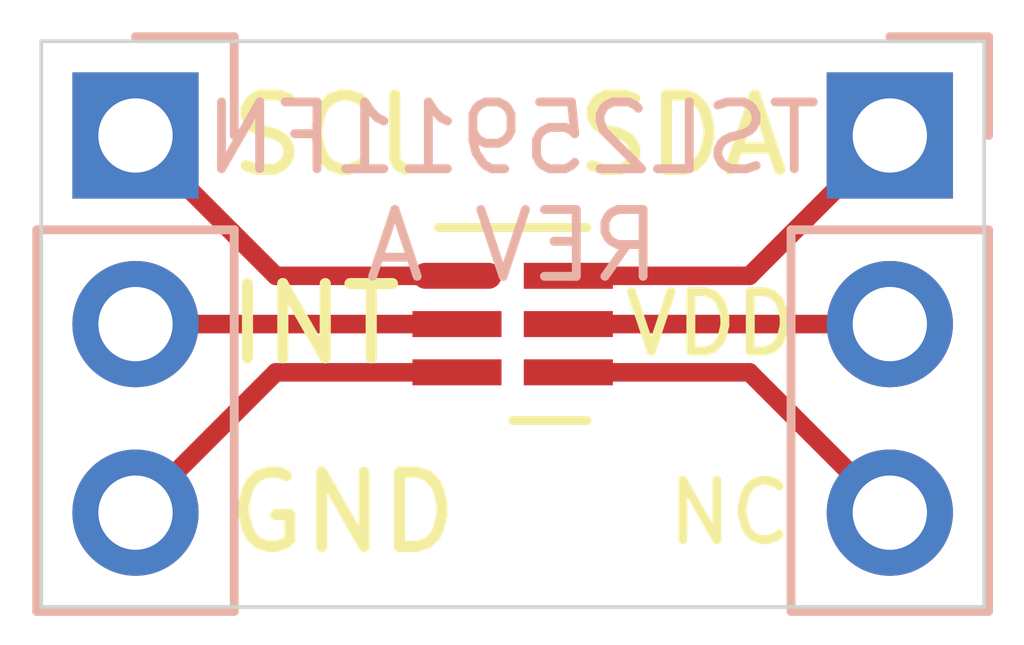
<source format=kicad_pcb>
(kicad_pcb (version 20171130) (host pcbnew "(5.1.6-0-10_14)")

  (general
    (thickness 1.6)
    (drawings 11)
    (tracks 10)
    (zones 0)
    (modules 3)
    (nets 7)
  )

  (page A4)
  (layers
    (0 F.Cu signal)
    (31 B.Cu signal)
    (32 B.Adhes user)
    (33 F.Adhes user)
    (34 B.Paste user)
    (35 F.Paste user)
    (36 B.SilkS user)
    (37 F.SilkS user)
    (38 B.Mask user)
    (39 F.Mask user)
    (40 Dwgs.User user)
    (41 Cmts.User user)
    (42 Eco1.User user)
    (43 Eco2.User user)
    (44 Edge.Cuts user)
    (45 Margin user)
    (46 B.CrtYd user)
    (47 F.CrtYd user)
    (48 B.Fab user)
    (49 F.Fab user)
  )

  (setup
    (last_trace_width 0.25)
    (trace_clearance 0.2)
    (zone_clearance 0.508)
    (zone_45_only no)
    (trace_min 0.2)
    (via_size 0.8)
    (via_drill 0.4)
    (via_min_size 0.4)
    (via_min_drill 0.3)
    (uvia_size 0.3)
    (uvia_drill 0.1)
    (uvias_allowed no)
    (uvia_min_size 0.2)
    (uvia_min_drill 0.1)
    (edge_width 0.05)
    (segment_width 0.2)
    (pcb_text_width 0.3)
    (pcb_text_size 1.5 1.5)
    (mod_edge_width 0.12)
    (mod_text_size 1 1)
    (mod_text_width 0.15)
    (pad_size 1.524 1.524)
    (pad_drill 0.762)
    (pad_to_mask_clearance 0.05)
    (aux_axis_origin 0 0)
    (visible_elements FFFFFF7F)
    (pcbplotparams
      (layerselection 0x010fc_ffffffff)
      (usegerberextensions false)
      (usegerberattributes true)
      (usegerberadvancedattributes true)
      (creategerberjobfile true)
      (excludeedgelayer true)
      (linewidth 0.100000)
      (plotframeref false)
      (viasonmask false)
      (mode 1)
      (useauxorigin false)
      (hpglpennumber 1)
      (hpglpenspeed 20)
      (hpglpendiameter 15.000000)
      (psnegative false)
      (psa4output false)
      (plotreference true)
      (plotvalue true)
      (plotinvisibletext false)
      (padsonsilk false)
      (subtractmaskfromsilk false)
      (outputformat 1)
      (mirror false)
      (drillshape 0)
      (scaleselection 1)
      (outputdirectory "/Users/kevinlutzer/Projects/breakout-boards/gerbers/TSL25911FN/"))
  )

  (net 0 "")
  (net 1 SDA)
  (net 2 VDD)
  (net 3 GND)
  (net 4 INT)
  (net 5 SCL)
  (net 6 NC)

  (net_class Default "This is the default net class."
    (clearance 0.2)
    (trace_width 0.25)
    (via_dia 0.8)
    (via_drill 0.4)
    (uvia_dia 0.3)
    (uvia_drill 0.1)
    (add_net GND)
    (add_net INT)
    (add_net NC)
    (add_net SCL)
    (add_net SDA)
    (add_net VDD)
  )

  (module Kevin-Lutzer-Kicad-Lbr:TSL2591 (layer F.Cu) (tedit 5F2388AD) (tstamp 5F4C6CC7)
    (at 149.86 76.2)
    (path /5F4D657A)
    (fp_text reference U1 (at 0.1 2.3) (layer F.SilkS) hide
      (effects (font (size 1 1) (thickness 0.15)))
    )
    (fp_text value TSL2591 (at 0 -2.2) (layer F.Fab) hide
      (effects (font (size 1 1) (thickness 0.15)))
    )
    (fp_line (start 0 -1.2) (end 1 -1.2) (layer F.Fab) (width 0.12))
    (fp_line (start 1 -1) (end 1 1) (layer F.Fab) (width 0.12))
    (fp_line (start 1 1.2) (end -1 1.2) (layer F.Fab) (width 0.12))
    (fp_line (start -1 1) (end -1 -1) (layer F.Fab) (width 0.12))
    (fp_line (start -1 -1.2) (end 0 -1.2) (layer F.Fab) (width 0.12))
    (fp_line (start 1 -1) (end 1 -1.2) (layer F.Fab) (width 0.12))
    (fp_line (start 1 -1.2) (end -1 -1.2) (layer F.Fab) (width 0.12))
    (fp_line (start -1 -1.2) (end -1 -1) (layer F.Fab) (width 0.12))
    (fp_line (start -1 -1) (end -1 1) (layer F.Fab) (width 0.12))
    (fp_line (start -1 1) (end -1 1.2) (layer F.Fab) (width 0.12))
    (fp_line (start -1 1.2) (end 1 1.2) (layer F.Fab) (width 0.12))
    (fp_line (start 1 1.2) (end 1 1) (layer F.Fab) (width 0.12))
    (fp_line (start 1 -1.3) (end -1 -1.3) (layer F.SilkS) (width 0.12))
    (fp_line (start 1 1.3) (end 0 1.3) (layer F.SilkS) (width 0.12))
    (fp_line (start 1.5 -1.5) (end 1.5 1.5) (layer F.CrtYd) (width 0.06))
    (fp_line (start 1.5 1.5) (end -1.5 1.5) (layer F.CrtYd) (width 0.06))
    (fp_line (start -1.5 1.5) (end -1.5 -1.5) (layer F.CrtYd) (width 0.06))
    (fp_line (start -1.5 -1.5) (end 1.5 -1.5) (layer F.CrtYd) (width 0.06))
    (pad 6 smd rect (at 0.75 -0.65) (size 1.2 0.35) (layers F.Cu)
      (net 1 SDA))
    (pad 5 smd rect (at 0.75 0) (size 1.2 0.35) (layers F.Cu)
      (net 2 VDD))
    (pad 4 smd rect (at 0.75 0.65) (size 1.2 0.35) (layers F.Cu)
      (net 6 NC))
    (pad 3 smd rect (at -0.75 0.65) (size 1.2 0.35) (layers F.Cu)
      (net 3 GND))
    (pad 2 smd rect (at -0.75 0) (size 1.2 0.35) (layers F.Cu)
      (net 4 INT))
    (pad 1 smd oval (at -0.75 -0.65) (size 1.2 0.35) (layers F.Cu)
      (net 5 SCL))
  )

  (module Connector_PinHeader_2.54mm:PinHeader_1x03_P2.54mm_Vertical (layer B.Cu) (tedit 59FED5CC) (tstamp 5F4C44A5)
    (at 154.94 73.66 180)
    (descr "Through hole straight pin header, 1x03, 2.54mm pitch, single row")
    (tags "Through hole pin header THT 1x03 2.54mm single row")
    (path /5F4D1F07)
    (fp_text reference J2 (at 0 2.33) (layer B.SilkS) hide
      (effects (font (size 1 1) (thickness 0.15)) (justify mirror))
    )
    (fp_text value Conn_01x03_Male (at 0 -7.41) (layer B.Fab) hide
      (effects (font (size 1 1) (thickness 0.15)) (justify mirror))
    )
    (fp_line (start -0.635 1.27) (end 1.27 1.27) (layer B.Fab) (width 0.1))
    (fp_line (start 1.27 1.27) (end 1.27 -6.35) (layer B.Fab) (width 0.1))
    (fp_line (start 1.27 -6.35) (end -1.27 -6.35) (layer B.Fab) (width 0.1))
    (fp_line (start -1.27 -6.35) (end -1.27 0.635) (layer B.Fab) (width 0.1))
    (fp_line (start -1.27 0.635) (end -0.635 1.27) (layer B.Fab) (width 0.1))
    (fp_line (start -1.33 -6.41) (end 1.33 -6.41) (layer B.SilkS) (width 0.12))
    (fp_line (start -1.33 -1.27) (end -1.33 -6.41) (layer B.SilkS) (width 0.12))
    (fp_line (start 1.33 -1.27) (end 1.33 -6.41) (layer B.SilkS) (width 0.12))
    (fp_line (start -1.33 -1.27) (end 1.33 -1.27) (layer B.SilkS) (width 0.12))
    (fp_line (start -1.33 0) (end -1.33 1.33) (layer B.SilkS) (width 0.12))
    (fp_line (start -1.33 1.33) (end 0 1.33) (layer B.SilkS) (width 0.12))
    (fp_line (start -1.8 1.8) (end -1.8 -6.85) (layer B.CrtYd) (width 0.05))
    (fp_line (start -1.8 -6.85) (end 1.8 -6.85) (layer B.CrtYd) (width 0.05))
    (fp_line (start 1.8 -6.85) (end 1.8 1.8) (layer B.CrtYd) (width 0.05))
    (fp_line (start 1.8 1.8) (end -1.8 1.8) (layer B.CrtYd) (width 0.05))
    (fp_text user %R (at 0 -2.54 270) (layer B.Fab) hide
      (effects (font (size 1 1) (thickness 0.15)) (justify mirror))
    )
    (pad 3 thru_hole oval (at 0 -5.08 180) (size 1.7 1.7) (drill 1) (layers *.Cu *.Mask)
      (net 6 NC))
    (pad 2 thru_hole oval (at 0 -2.54 180) (size 1.7 1.7) (drill 1) (layers *.Cu *.Mask)
      (net 2 VDD))
    (pad 1 thru_hole rect (at 0 0 180) (size 1.7 1.7) (drill 1) (layers *.Cu *.Mask)
      (net 1 SDA))
    (model ${KISYS3DMOD}/Connector_PinHeader_2.54mm.3dshapes/PinHeader_1x03_P2.54mm_Vertical.wrl
      (at (xyz 0 0 0))
      (scale (xyz 1 1 1))
      (rotate (xyz 0 0 0))
    )
  )

  (module Connector_PinHeader_2.54mm:PinHeader_1x03_P2.54mm_Vertical (layer B.Cu) (tedit 59FED5CC) (tstamp 5F4C448E)
    (at 144.78 73.66 180)
    (descr "Through hole straight pin header, 1x03, 2.54mm pitch, single row")
    (tags "Through hole pin header THT 1x03 2.54mm single row")
    (path /5F4D2BB1)
    (fp_text reference J1 (at 0 2.33) (layer B.SilkS) hide
      (effects (font (size 1 1) (thickness 0.15)) (justify mirror))
    )
    (fp_text value Conn_01x03_Male (at 0 -7.41) (layer B.Fab) hide
      (effects (font (size 1 1) (thickness 0.15)) (justify mirror))
    )
    (fp_line (start -0.635 1.27) (end 1.27 1.27) (layer B.Fab) (width 0.1))
    (fp_line (start 1.27 1.27) (end 1.27 -6.35) (layer B.Fab) (width 0.1))
    (fp_line (start 1.27 -6.35) (end -1.27 -6.35) (layer B.Fab) (width 0.1))
    (fp_line (start -1.27 -6.35) (end -1.27 0.635) (layer B.Fab) (width 0.1))
    (fp_line (start -1.27 0.635) (end -0.635 1.27) (layer B.Fab) (width 0.1))
    (fp_line (start -1.33 -6.41) (end 1.33 -6.41) (layer B.SilkS) (width 0.12))
    (fp_line (start -1.33 -1.27) (end -1.33 -6.41) (layer B.SilkS) (width 0.12))
    (fp_line (start 1.33 -1.27) (end 1.33 -6.41) (layer B.SilkS) (width 0.12))
    (fp_line (start -1.33 -1.27) (end 1.33 -1.27) (layer B.SilkS) (width 0.12))
    (fp_line (start -1.33 0) (end -1.33 1.33) (layer B.SilkS) (width 0.12))
    (fp_line (start -1.33 1.33) (end 0 1.33) (layer B.SilkS) (width 0.12))
    (fp_line (start -1.8 1.8) (end -1.8 -6.85) (layer B.CrtYd) (width 0.05))
    (fp_line (start -1.8 -6.85) (end 1.8 -6.85) (layer B.CrtYd) (width 0.05))
    (fp_line (start 1.8 -6.85) (end 1.8 1.8) (layer B.CrtYd) (width 0.05))
    (fp_line (start 1.8 1.8) (end -1.8 1.8) (layer B.CrtYd) (width 0.05))
    (fp_text user %R (at 0 -2.54 270) (layer B.Fab) hide
      (effects (font (size 1 1) (thickness 0.15)) (justify mirror))
    )
    (pad 3 thru_hole oval (at 0 -5.08 180) (size 1.7 1.7) (drill 1) (layers *.Cu *.Mask)
      (net 3 GND))
    (pad 2 thru_hole oval (at 0 -2.54 180) (size 1.7 1.7) (drill 1) (layers *.Cu *.Mask)
      (net 4 INT))
    (pad 1 thru_hole rect (at 0 0 180) (size 1.7 1.7) (drill 1) (layers *.Cu *.Mask)
      (net 5 SCL))
    (model ${KISYS3DMOD}/Connector_PinHeader_2.54mm.3dshapes/PinHeader_1x03_P2.54mm_Vertical.wrl
      (at (xyz 0 0 0))
      (scale (xyz 1 1 1))
      (rotate (xyz 0 0 0))
    )
  )

  (gr_text "TSL25911FN\nREV A" (at 149.86 74.422) (layer B.SilkS)
    (effects (font (size 0.9 0.9) (thickness 0.12)) (justify mirror))
  )
  (gr_text NC (at 152.781 78.74) (layer F.SilkS) (tstamp 5F4C7405)
    (effects (font (size 0.8 0.8) (thickness 0.12)))
  )
  (gr_text SDA (at 152.146 73.66) (layer F.SilkS)
    (effects (font (size 1 1) (thickness 0.15)))
  )
  (gr_text VDD (at 152.527 76.2) (layer F.SilkS)
    (effects (font (size 0.8 0.8) (thickness 0.12)))
  )
  (gr_text INT (at 147.193 76.2) (layer F.SilkS)
    (effects (font (size 1 1) (thickness 0.15)))
  )
  (gr_text GND (at 147.574 78.74) (layer F.SilkS)
    (effects (font (size 1 1) (thickness 0.15)))
  )
  (gr_text SCl (at 147.32 73.66) (layer F.SilkS)
    (effects (font (size 1 1) (thickness 0.15)))
  )
  (gr_line (start 143.51 80.01) (end 143.51 72.39) (layer Edge.Cuts) (width 0.05) (tstamp 5F4C7037))
  (gr_line (start 156.21 80.01) (end 143.51 80.01) (layer Edge.Cuts) (width 0.05))
  (gr_line (start 156.21 72.39) (end 156.21 80.01) (layer Edge.Cuts) (width 0.05))
  (gr_line (start 143.51 72.39) (end 156.21 72.39) (layer Edge.Cuts) (width 0.05))

  (segment (start 153.05 75.55) (end 154.94 73.66) (width 0.25) (layer F.Cu) (net 1))
  (segment (start 150.61 75.55) (end 153.05 75.55) (width 0.25) (layer F.Cu) (net 1))
  (segment (start 150.61 76.2) (end 154.94 76.2) (width 0.25) (layer F.Cu) (net 2))
  (segment (start 146.67 76.85) (end 144.78 78.74) (width 0.25) (layer F.Cu) (net 3))
  (segment (start 149.11 76.85) (end 146.67 76.85) (width 0.25) (layer F.Cu) (net 3))
  (segment (start 149.11 76.2) (end 144.78 76.2) (width 0.25) (layer F.Cu) (net 4))
  (segment (start 146.67 75.55) (end 144.78 73.66) (width 0.25) (layer F.Cu) (net 5))
  (segment (start 149.11 75.55) (end 146.67 75.55) (width 0.25) (layer F.Cu) (net 5))
  (segment (start 153.05 76.85) (end 154.94 78.74) (width 0.25) (layer F.Cu) (net 6))
  (segment (start 150.61 76.85) (end 153.05 76.85) (width 0.25) (layer F.Cu) (net 6))

)

</source>
